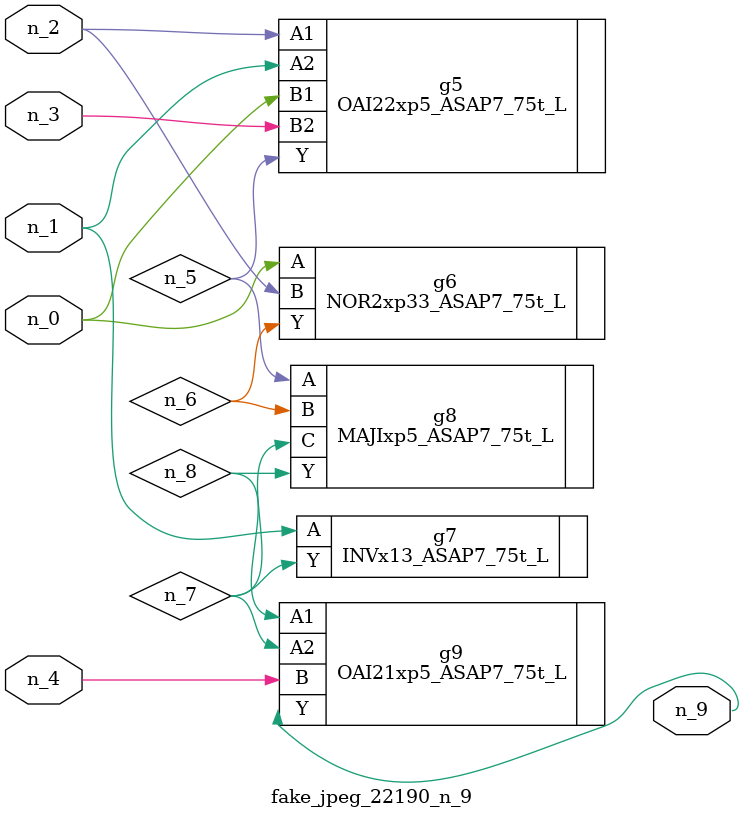
<source format=v>
module fake_jpeg_22190_n_9 (n_3, n_2, n_1, n_0, n_4, n_9);

input n_3;
input n_2;
input n_1;
input n_0;
input n_4;

output n_9;

wire n_8;
wire n_6;
wire n_5;
wire n_7;

OAI22xp5_ASAP7_75t_L g5 ( 
.A1(n_2),
.A2(n_1),
.B1(n_0),
.B2(n_3),
.Y(n_5)
);

NOR2xp33_ASAP7_75t_L g6 ( 
.A(n_0),
.B(n_2),
.Y(n_6)
);

INVx13_ASAP7_75t_L g7 ( 
.A(n_1),
.Y(n_7)
);

MAJIxp5_ASAP7_75t_L g8 ( 
.A(n_5),
.B(n_6),
.C(n_7),
.Y(n_8)
);

OAI21xp5_ASAP7_75t_L g9 ( 
.A1(n_8),
.A2(n_7),
.B(n_4),
.Y(n_9)
);


endmodule
</source>
